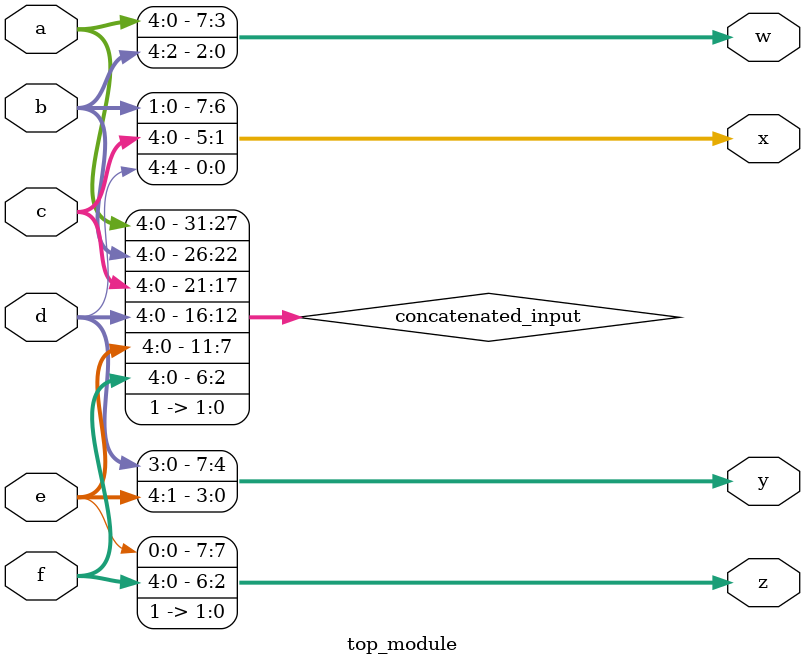
<source format=sv>
module top_module (
    input [4:0] a,
    input [4:0] b,
    input [4:0] c,
    input [4:0] d,
    input [4:0] e,
    input [4:0] f,
    output [7:0] w,
    output [7:0] x,
    output [7:0] y,
    output [7:0] z
);

    wire [31:0] concatenated_input;

    assign concatenated_input = {a, b, c, d, e, f, 2'b11}; // Concatenate inputs and add two 1 bits

    assign w = concatenated_input[31:24];
    assign x = concatenated_input[23:16];
    assign y = concatenated_input[15:8];
    assign z = concatenated_input[7:0];

endmodule

</source>
